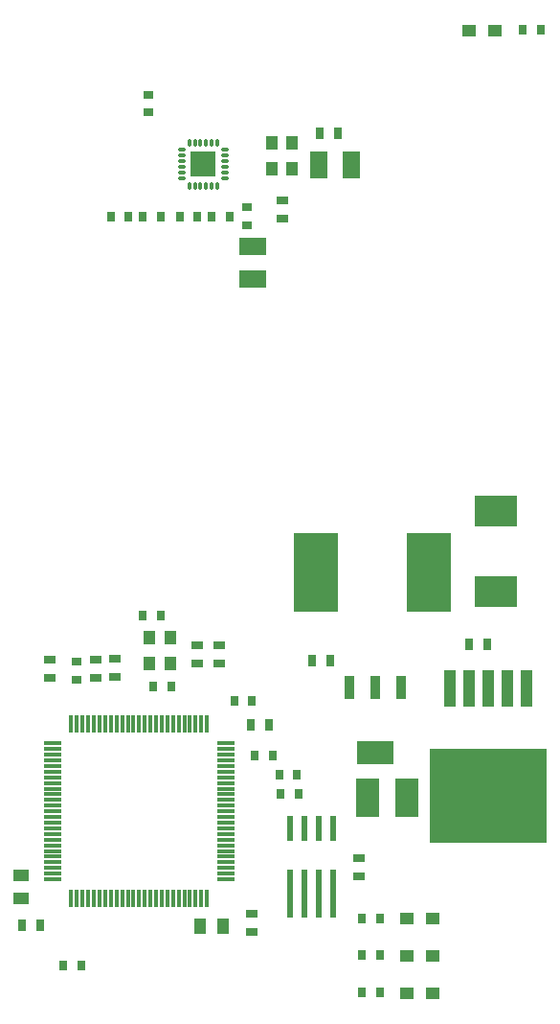
<source format=gtp>
G04*
G04 #@! TF.GenerationSoftware,Altium Limited,Altium Designer,20.0.13 (296)*
G04*
G04 Layer_Color=8421504*
%FSLAX44Y44*%
%MOMM*%
G71*
G01*
G75*
%ADD22R,0.7000X0.9000*%
%ADD23R,0.6000X2.2000*%
%ADD24R,0.6000X4.2000*%
%ADD25R,1.0500X3.2000*%
%ADD26R,10.4500X8.3000*%
%ADD27R,0.8000X1.0000*%
%ADD28R,3.2500X2.1500*%
%ADD29R,0.9500X2.1500*%
%ADD30R,3.8100X2.7940*%
%ADD31R,1.0000X0.8000*%
%ADD32R,1.1000X1.3000*%
%ADD33R,1.2500X1.1000*%
%ADD34R,0.9000X0.7000*%
G04:AMPARAMS|DCode=35|XSize=1.56mm|YSize=0.28mm|CornerRadius=0.035mm|HoleSize=0mm|Usage=FLASHONLY|Rotation=270.000|XOffset=0mm|YOffset=0mm|HoleType=Round|Shape=RoundedRectangle|*
%AMROUNDEDRECTD35*
21,1,1.5600,0.2100,0,0,270.0*
21,1,1.4900,0.2800,0,0,270.0*
1,1,0.0700,-0.1050,-0.7450*
1,1,0.0700,-0.1050,0.7450*
1,1,0.0700,0.1050,0.7450*
1,1,0.0700,0.1050,-0.7450*
%
%ADD35ROUNDEDRECTD35*%
G04:AMPARAMS|DCode=36|XSize=1.56mm|YSize=0.28mm|CornerRadius=0.035mm|HoleSize=0mm|Usage=FLASHONLY|Rotation=0.000|XOffset=0mm|YOffset=0mm|HoleType=Round|Shape=RoundedRectangle|*
%AMROUNDEDRECTD36*
21,1,1.5600,0.2100,0,0,0.0*
21,1,1.4900,0.2800,0,0,0.0*
1,1,0.0700,0.7450,-0.1050*
1,1,0.0700,-0.7450,-0.1050*
1,1,0.0700,-0.7450,0.1050*
1,1,0.0700,0.7450,0.1050*
%
%ADD36ROUNDEDRECTD36*%
%ADD37R,1.0000X1.4000*%
G04:AMPARAMS|DCode=38|XSize=0.28mm|YSize=0.69mm|CornerRadius=0.07mm|HoleSize=0mm|Usage=FLASHONLY|Rotation=180.000|XOffset=0mm|YOffset=0mm|HoleType=Round|Shape=RoundedRectangle|*
%AMROUNDEDRECTD38*
21,1,0.2800,0.5500,0,0,180.0*
21,1,0.1400,0.6900,0,0,180.0*
1,1,0.1400,-0.0700,0.2750*
1,1,0.1400,0.0700,0.2750*
1,1,0.1400,0.0700,-0.2750*
1,1,0.1400,-0.0700,-0.2750*
%
%ADD38ROUNDEDRECTD38*%
G04:AMPARAMS|DCode=39|XSize=0.28mm|YSize=0.69mm|CornerRadius=0.07mm|HoleSize=0mm|Usage=FLASHONLY|Rotation=270.000|XOffset=0mm|YOffset=0mm|HoleType=Round|Shape=RoundedRectangle|*
%AMROUNDEDRECTD39*
21,1,0.2800,0.5500,0,0,270.0*
21,1,0.1400,0.6900,0,0,270.0*
1,1,0.1400,-0.2750,-0.0700*
1,1,0.1400,-0.2750,0.0700*
1,1,0.1400,0.2750,0.0700*
1,1,0.1400,0.2750,-0.0700*
%
%ADD39ROUNDEDRECTD39*%
%ADD40R,2.2860X2.2860*%
%ADD41R,1.5000X2.4000*%
%ADD42R,2.4000X1.5000*%
%ADD43R,2.1500X3.5000*%
%ADD44R,4.0000X7.0000*%
%ADD45R,1.4000X1.0000*%
D22*
X267750Y277250D02*
D03*
X251750D02*
D03*
X269000Y260250D02*
D03*
X253000D02*
D03*
X228000Y342250D02*
D03*
X212000D02*
D03*
X246000Y293750D02*
D03*
X230000D02*
D03*
X324750Y149498D02*
D03*
X340750D02*
D03*
X324750Y117747D02*
D03*
X340750D02*
D03*
X324750Y84498D02*
D03*
X340750D02*
D03*
X156500Y355000D02*
D03*
X140500D02*
D03*
X147444Y417250D02*
D03*
X131444D02*
D03*
X467250Y934750D02*
D03*
X483250D02*
D03*
X76750Y108000D02*
D03*
X60750D02*
D03*
X163750Y769500D02*
D03*
X179750D02*
D03*
X147000D02*
D03*
X131000D02*
D03*
X102750D02*
D03*
X118750D02*
D03*
X208000D02*
D03*
X192000D02*
D03*
D23*
X299550Y229500D02*
D03*
X286850D02*
D03*
X274150D02*
D03*
X261450D02*
D03*
D24*
X299550Y171500D02*
D03*
X286850D02*
D03*
X274150D02*
D03*
X261450D02*
D03*
D25*
X470500Y352750D02*
D03*
X453500D02*
D03*
X436500D02*
D03*
X419500D02*
D03*
X402500D02*
D03*
D26*
X436500Y258250D02*
D03*
D27*
X296750Y377750D02*
D03*
X280750D02*
D03*
X227000Y320750D02*
D03*
X243000D02*
D03*
X40750Y143500D02*
D03*
X24750D02*
D03*
X304000Y843250D02*
D03*
X288000D02*
D03*
X436000Y391750D02*
D03*
X420000D02*
D03*
D28*
X336750Y296000D02*
D03*
D29*
X313750Y354000D02*
D03*
X336750D02*
D03*
X359750D02*
D03*
D30*
X443500Y438315D02*
D03*
Y509685D02*
D03*
D31*
X199250Y391000D02*
D03*
Y375000D02*
D03*
X179000Y391250D02*
D03*
Y375250D02*
D03*
X322250Y187250D02*
D03*
Y203250D02*
D03*
X227500Y154250D02*
D03*
Y138250D02*
D03*
X48750Y362500D02*
D03*
Y378500D02*
D03*
X106500Y379000D02*
D03*
Y363000D02*
D03*
X89500Y378750D02*
D03*
Y362750D02*
D03*
X254750Y784250D02*
D03*
Y768250D02*
D03*
D32*
X155250Y398000D02*
D03*
Y375000D02*
D03*
X137250D02*
D03*
Y398000D02*
D03*
X263000Y834750D02*
D03*
Y811750D02*
D03*
X245000D02*
D03*
Y834750D02*
D03*
D33*
X364500Y83750D02*
D03*
X387500D02*
D03*
X364500Y117000D02*
D03*
X387500D02*
D03*
X364500Y150250D02*
D03*
X387500D02*
D03*
X419500Y934250D02*
D03*
X442500D02*
D03*
D34*
X73000Y361000D02*
D03*
Y377000D02*
D03*
X136000Y877500D02*
D03*
Y861500D02*
D03*
X223250Y778250D02*
D03*
Y762250D02*
D03*
D35*
X188000Y167700D02*
D03*
X183000D02*
D03*
X178000D02*
D03*
X173000D02*
D03*
X168000D02*
D03*
X163000D02*
D03*
X158000D02*
D03*
X153000D02*
D03*
X148000D02*
D03*
X143000D02*
D03*
X138000D02*
D03*
X133000D02*
D03*
X128000D02*
D03*
X123000D02*
D03*
X118000D02*
D03*
X113000D02*
D03*
X108000D02*
D03*
X103000D02*
D03*
X98000D02*
D03*
X93000D02*
D03*
X88000D02*
D03*
X83000D02*
D03*
X78000D02*
D03*
X73000D02*
D03*
X68000D02*
D03*
Y321300D02*
D03*
X73000D02*
D03*
X78000D02*
D03*
X83000D02*
D03*
X88000D02*
D03*
X93000D02*
D03*
X98000D02*
D03*
X103000D02*
D03*
X108000D02*
D03*
X113000D02*
D03*
X118000D02*
D03*
X123000D02*
D03*
X128000D02*
D03*
X133000D02*
D03*
X138000D02*
D03*
X143000D02*
D03*
X148000D02*
D03*
X153000D02*
D03*
X158000D02*
D03*
X163000D02*
D03*
X168000D02*
D03*
X173000D02*
D03*
X178000D02*
D03*
X183000D02*
D03*
X188000D02*
D03*
D36*
X204800Y304500D02*
D03*
Y299500D02*
D03*
Y294500D02*
D03*
Y289500D02*
D03*
Y284500D02*
D03*
Y279500D02*
D03*
Y274500D02*
D03*
Y269500D02*
D03*
Y264500D02*
D03*
Y259500D02*
D03*
Y254500D02*
D03*
Y249500D02*
D03*
Y244500D02*
D03*
Y239500D02*
D03*
Y234500D02*
D03*
Y229500D02*
D03*
Y224500D02*
D03*
Y219500D02*
D03*
Y214500D02*
D03*
Y209500D02*
D03*
Y204500D02*
D03*
Y199500D02*
D03*
Y194500D02*
D03*
Y189500D02*
D03*
Y184500D02*
D03*
X51200D02*
D03*
Y189500D02*
D03*
Y194500D02*
D03*
Y199500D02*
D03*
Y204500D02*
D03*
Y209500D02*
D03*
Y214500D02*
D03*
Y219500D02*
D03*
Y224500D02*
D03*
Y229500D02*
D03*
Y234500D02*
D03*
Y239500D02*
D03*
Y244500D02*
D03*
Y249500D02*
D03*
Y254500D02*
D03*
Y259500D02*
D03*
Y264500D02*
D03*
Y269500D02*
D03*
Y274500D02*
D03*
Y279500D02*
D03*
Y284500D02*
D03*
Y289500D02*
D03*
Y294500D02*
D03*
Y299500D02*
D03*
Y304500D02*
D03*
D37*
X202250Y143000D02*
D03*
X182250D02*
D03*
D38*
X172250Y797000D02*
D03*
X177250D02*
D03*
X197250D02*
D03*
X192250D02*
D03*
X182250D02*
D03*
X187250D02*
D03*
Y834900D02*
D03*
X182250D02*
D03*
X192250D02*
D03*
X197250D02*
D03*
X177250D02*
D03*
X172250D02*
D03*
D39*
X165800Y803450D02*
D03*
Y808450D02*
D03*
Y828450D02*
D03*
Y823450D02*
D03*
Y813450D02*
D03*
Y818450D02*
D03*
X203700Y803450D02*
D03*
Y808450D02*
D03*
Y828450D02*
D03*
Y823450D02*
D03*
Y813450D02*
D03*
Y818450D02*
D03*
D40*
X184750Y815950D02*
D03*
D41*
X315750Y815000D02*
D03*
X286750D02*
D03*
D42*
X228500Y714500D02*
D03*
Y743500D02*
D03*
D43*
X365000Y256750D02*
D03*
X330000D02*
D03*
D44*
X284000Y455750D02*
D03*
X384000D02*
D03*
D45*
X23750Y167750D02*
D03*
Y187750D02*
D03*
M02*

</source>
